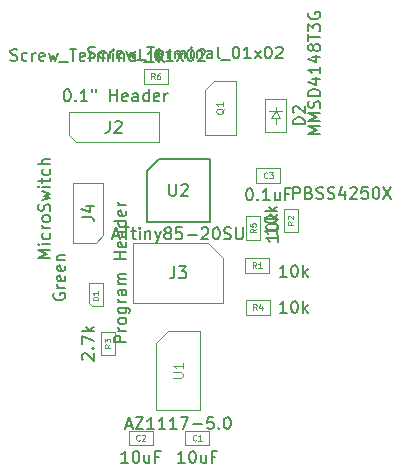
<source format=gbr>
G04 #@! TF.GenerationSoftware,KiCad,Pcbnew,(5.1.2)-2*
G04 #@! TF.CreationDate,2019-07-25T14:33:16-04:00*
G04 #@! TF.ProjectId,CABR_Schematic,43414252-5f53-4636-9865-6d617469632e,rev?*
G04 #@! TF.SameCoordinates,Original*
G04 #@! TF.FileFunction,Other,Fab,Top*
%FSLAX46Y46*%
G04 Gerber Fmt 4.6, Leading zero omitted, Abs format (unit mm)*
G04 Created by KiCad (PCBNEW (5.1.2)-2) date 2019-07-25 14:33:16*
%MOMM*%
%LPD*%
G04 APERTURE LIST*
%ADD10C,0.100000*%
%ADD11C,0.150000*%
%ADD12C,0.080000*%
%ADD13C,0.090000*%
%ADD14C,0.120000*%
G04 APERTURE END LIST*
D10*
X149827500Y-104105000D02*
X149827500Y-102905000D01*
X149827500Y-102905000D02*
X151827500Y-102905000D01*
X151827500Y-102905000D02*
X151827500Y-104105000D01*
X151827500Y-104105000D02*
X149827500Y-104105000D01*
X147050000Y-104105000D02*
X145050000Y-104105000D01*
X147050000Y-102905000D02*
X147050000Y-104105000D01*
X145050000Y-102905000D02*
X147050000Y-102905000D01*
X145050000Y-104105000D02*
X145050000Y-102905000D01*
X141640000Y-90361500D02*
X141640000Y-92061500D01*
X141640000Y-92061500D02*
X141940000Y-92361500D01*
X141940000Y-92361500D02*
X142840000Y-92361500D01*
X142840000Y-92361500D02*
X142840000Y-90361500D01*
X142840000Y-90361500D02*
X141640000Y-90361500D01*
X157480000Y-76450000D02*
X157480000Y-76950000D01*
X157080000Y-76450000D02*
X157480000Y-75850000D01*
X157880000Y-76450000D02*
X157080000Y-76450000D01*
X157480000Y-75850000D02*
X157880000Y-76450000D01*
X157480000Y-75850000D02*
X156930000Y-75850000D01*
X157480000Y-75850000D02*
X158030000Y-75850000D01*
X157480000Y-75450000D02*
X157480000Y-75850000D01*
X156580000Y-74800000D02*
X158380000Y-74800000D01*
X156580000Y-77600000D02*
X156580000Y-74800000D01*
X158380000Y-77600000D02*
X156580000Y-77600000D01*
X158380000Y-74800000D02*
X158380000Y-77600000D01*
X139954000Y-77851000D02*
X139954000Y-75946000D01*
X139954000Y-75946000D02*
X147574000Y-75946000D01*
X147574000Y-75946000D02*
X147574000Y-78486000D01*
X147574000Y-78486000D02*
X140589000Y-78486000D01*
X140589000Y-78486000D02*
X139954000Y-77851000D01*
X153035000Y-88265000D02*
X153035000Y-92075000D01*
X153035000Y-92075000D02*
X145415000Y-92075000D01*
X145415000Y-92075000D02*
X145415000Y-86995000D01*
X145415000Y-86995000D02*
X151765000Y-86995000D01*
X151765000Y-86995000D02*
X153035000Y-88265000D01*
X142240000Y-86995000D02*
X140335000Y-86995000D01*
X140335000Y-86995000D02*
X140335000Y-81915000D01*
X140335000Y-81915000D02*
X142875000Y-81915000D01*
X142875000Y-81915000D02*
X142875000Y-86360000D01*
X142875000Y-86360000D02*
X142240000Y-86995000D01*
X151480000Y-74055000D02*
X152270000Y-73265000D01*
X154080000Y-73265000D02*
X154080000Y-77865000D01*
X154080000Y-77865000D02*
X151480000Y-77865000D01*
X151480000Y-77865000D02*
X151480000Y-74055000D01*
X152270000Y-73265000D02*
X154080000Y-73265000D01*
X156907500Y-89500000D02*
X154907500Y-89500000D01*
X156907500Y-88300000D02*
X156907500Y-89500000D01*
X154907500Y-88300000D02*
X156907500Y-88300000D01*
X154907500Y-89500000D02*
X154907500Y-88300000D01*
X158150000Y-84090000D02*
X159350000Y-84090000D01*
X159350000Y-84090000D02*
X159350000Y-86090000D01*
X159350000Y-86090000D02*
X158150000Y-86090000D01*
X158150000Y-86090000D02*
X158150000Y-84090000D01*
X142656000Y-94504000D02*
X143856000Y-94504000D01*
X143856000Y-94504000D02*
X143856000Y-96504000D01*
X143856000Y-96504000D02*
X142656000Y-96504000D01*
X142656000Y-96504000D02*
X142656000Y-94504000D01*
X156956000Y-93056000D02*
X154956000Y-93056000D01*
X156956000Y-91856000D02*
X156956000Y-93056000D01*
X154956000Y-91856000D02*
X156956000Y-91856000D01*
X154956000Y-93056000D02*
X154956000Y-91856000D01*
X156175000Y-84725000D02*
X156175000Y-86725000D01*
X154975000Y-84725000D02*
X156175000Y-84725000D01*
X154975000Y-86725000D02*
X154975000Y-84725000D01*
X156175000Y-86725000D02*
X154975000Y-86725000D01*
X148320000Y-72298000D02*
X148320000Y-73498000D01*
X148320000Y-73498000D02*
X146320000Y-73498000D01*
X146320000Y-73498000D02*
X146320000Y-72298000D01*
X146320000Y-72298000D02*
X148320000Y-72298000D01*
X147375000Y-95440000D02*
X148375000Y-94440000D01*
X147375000Y-95440000D02*
X147375000Y-101140000D01*
X148375000Y-94440000D02*
X151075000Y-94440000D01*
X147375000Y-101140000D02*
X151075000Y-101140000D01*
X151075000Y-94440000D02*
X151075000Y-101140000D01*
D11*
X147575000Y-79900000D02*
X151875000Y-79900000D01*
X151875000Y-79900000D02*
X151875000Y-85200000D01*
X151875000Y-85200000D02*
X146575000Y-85200000D01*
X146575000Y-85200000D02*
X146575000Y-80900000D01*
X146575000Y-80900000D02*
X147575000Y-79900000D01*
D10*
X155845000Y-81880000D02*
X155845000Y-80680000D01*
X155845000Y-80680000D02*
X157845000Y-80680000D01*
X157845000Y-80680000D02*
X157845000Y-81880000D01*
X157845000Y-81880000D02*
X155845000Y-81880000D01*
D11*
X149756071Y-105607380D02*
X149184642Y-105607380D01*
X149470357Y-105607380D02*
X149470357Y-104607380D01*
X149375119Y-104750238D01*
X149279880Y-104845476D01*
X149184642Y-104893095D01*
X150375119Y-104607380D02*
X150470357Y-104607380D01*
X150565595Y-104655000D01*
X150613214Y-104702619D01*
X150660833Y-104797857D01*
X150708452Y-104988333D01*
X150708452Y-105226428D01*
X150660833Y-105416904D01*
X150613214Y-105512142D01*
X150565595Y-105559761D01*
X150470357Y-105607380D01*
X150375119Y-105607380D01*
X150279880Y-105559761D01*
X150232261Y-105512142D01*
X150184642Y-105416904D01*
X150137023Y-105226428D01*
X150137023Y-104988333D01*
X150184642Y-104797857D01*
X150232261Y-104702619D01*
X150279880Y-104655000D01*
X150375119Y-104607380D01*
X151565595Y-104940714D02*
X151565595Y-105607380D01*
X151137023Y-104940714D02*
X151137023Y-105464523D01*
X151184642Y-105559761D01*
X151279880Y-105607380D01*
X151422738Y-105607380D01*
X151517976Y-105559761D01*
X151565595Y-105512142D01*
X152375119Y-105083571D02*
X152041785Y-105083571D01*
X152041785Y-105607380D02*
X152041785Y-104607380D01*
X152517976Y-104607380D01*
D12*
X150744166Y-103683571D02*
X150720357Y-103707380D01*
X150648928Y-103731190D01*
X150601309Y-103731190D01*
X150529880Y-103707380D01*
X150482261Y-103659761D01*
X150458452Y-103612142D01*
X150434642Y-103516904D01*
X150434642Y-103445476D01*
X150458452Y-103350238D01*
X150482261Y-103302619D01*
X150529880Y-103255000D01*
X150601309Y-103231190D01*
X150648928Y-103231190D01*
X150720357Y-103255000D01*
X150744166Y-103278809D01*
X151220357Y-103731190D02*
X150934642Y-103731190D01*
X151077500Y-103731190D02*
X151077500Y-103231190D01*
X151029880Y-103302619D01*
X150982261Y-103350238D01*
X150934642Y-103374047D01*
D11*
X144978571Y-105607380D02*
X144407142Y-105607380D01*
X144692857Y-105607380D02*
X144692857Y-104607380D01*
X144597619Y-104750238D01*
X144502380Y-104845476D01*
X144407142Y-104893095D01*
X145597619Y-104607380D02*
X145692857Y-104607380D01*
X145788095Y-104655000D01*
X145835714Y-104702619D01*
X145883333Y-104797857D01*
X145930952Y-104988333D01*
X145930952Y-105226428D01*
X145883333Y-105416904D01*
X145835714Y-105512142D01*
X145788095Y-105559761D01*
X145692857Y-105607380D01*
X145597619Y-105607380D01*
X145502380Y-105559761D01*
X145454761Y-105512142D01*
X145407142Y-105416904D01*
X145359523Y-105226428D01*
X145359523Y-104988333D01*
X145407142Y-104797857D01*
X145454761Y-104702619D01*
X145502380Y-104655000D01*
X145597619Y-104607380D01*
X146788095Y-104940714D02*
X146788095Y-105607380D01*
X146359523Y-104940714D02*
X146359523Y-105464523D01*
X146407142Y-105559761D01*
X146502380Y-105607380D01*
X146645238Y-105607380D01*
X146740476Y-105559761D01*
X146788095Y-105512142D01*
X147597619Y-105083571D02*
X147264285Y-105083571D01*
X147264285Y-105607380D02*
X147264285Y-104607380D01*
X147740476Y-104607380D01*
D12*
X145966666Y-103683571D02*
X145942857Y-103707380D01*
X145871428Y-103731190D01*
X145823809Y-103731190D01*
X145752380Y-103707380D01*
X145704761Y-103659761D01*
X145680952Y-103612142D01*
X145657142Y-103516904D01*
X145657142Y-103445476D01*
X145680952Y-103350238D01*
X145704761Y-103302619D01*
X145752380Y-103255000D01*
X145823809Y-103231190D01*
X145871428Y-103231190D01*
X145942857Y-103255000D01*
X145966666Y-103278809D01*
X146157142Y-103278809D02*
X146180952Y-103255000D01*
X146228571Y-103231190D01*
X146347619Y-103231190D01*
X146395238Y-103255000D01*
X146419047Y-103278809D01*
X146442857Y-103326428D01*
X146442857Y-103374047D01*
X146419047Y-103445476D01*
X146133333Y-103731190D01*
X146442857Y-103731190D01*
D11*
X138692000Y-91273142D02*
X138644380Y-91368380D01*
X138644380Y-91511238D01*
X138692000Y-91654095D01*
X138787238Y-91749333D01*
X138882476Y-91796952D01*
X139072952Y-91844571D01*
X139215809Y-91844571D01*
X139406285Y-91796952D01*
X139501523Y-91749333D01*
X139596761Y-91654095D01*
X139644380Y-91511238D01*
X139644380Y-91416000D01*
X139596761Y-91273142D01*
X139549142Y-91225523D01*
X139215809Y-91225523D01*
X139215809Y-91416000D01*
X139644380Y-90796952D02*
X138977714Y-90796952D01*
X139168190Y-90796952D02*
X139072952Y-90749333D01*
X139025333Y-90701714D01*
X138977714Y-90606476D01*
X138977714Y-90511238D01*
X139596761Y-89796952D02*
X139644380Y-89892190D01*
X139644380Y-90082666D01*
X139596761Y-90177904D01*
X139501523Y-90225523D01*
X139120571Y-90225523D01*
X139025333Y-90177904D01*
X138977714Y-90082666D01*
X138977714Y-89892190D01*
X139025333Y-89796952D01*
X139120571Y-89749333D01*
X139215809Y-89749333D01*
X139311047Y-90225523D01*
X139596761Y-88939809D02*
X139644380Y-89035047D01*
X139644380Y-89225523D01*
X139596761Y-89320761D01*
X139501523Y-89368380D01*
X139120571Y-89368380D01*
X139025333Y-89320761D01*
X138977714Y-89225523D01*
X138977714Y-89035047D01*
X139025333Y-88939809D01*
X139120571Y-88892190D01*
X139215809Y-88892190D01*
X139311047Y-89368380D01*
X138977714Y-88463619D02*
X139644380Y-88463619D01*
X139072952Y-88463619D02*
X139025333Y-88416000D01*
X138977714Y-88320761D01*
X138977714Y-88177904D01*
X139025333Y-88082666D01*
X139120571Y-88035047D01*
X139644380Y-88035047D01*
D12*
X142466190Y-91857547D02*
X141966190Y-91857547D01*
X141966190Y-91738500D01*
X141990000Y-91667071D01*
X142037619Y-91619452D01*
X142085238Y-91595642D01*
X142180476Y-91571833D01*
X142251904Y-91571833D01*
X142347142Y-91595642D01*
X142394761Y-91619452D01*
X142442380Y-91667071D01*
X142466190Y-91738500D01*
X142466190Y-91857547D01*
X142466190Y-91095642D02*
X142466190Y-91381357D01*
X142466190Y-91238500D02*
X141966190Y-91238500D01*
X142037619Y-91286119D01*
X142085238Y-91333738D01*
X142109047Y-91381357D01*
D11*
X161234380Y-77786857D02*
X160234380Y-77786857D01*
X160948666Y-77453523D01*
X160234380Y-77120190D01*
X161234380Y-77120190D01*
X161234380Y-76644000D02*
X160234380Y-76644000D01*
X160948666Y-76310666D01*
X160234380Y-75977333D01*
X161234380Y-75977333D01*
X161186761Y-75548761D02*
X161234380Y-75405904D01*
X161234380Y-75167809D01*
X161186761Y-75072571D01*
X161139142Y-75024952D01*
X161043904Y-74977333D01*
X160948666Y-74977333D01*
X160853428Y-75024952D01*
X160805809Y-75072571D01*
X160758190Y-75167809D01*
X160710571Y-75358285D01*
X160662952Y-75453523D01*
X160615333Y-75501142D01*
X160520095Y-75548761D01*
X160424857Y-75548761D01*
X160329619Y-75501142D01*
X160282000Y-75453523D01*
X160234380Y-75358285D01*
X160234380Y-75120190D01*
X160282000Y-74977333D01*
X161234380Y-74548761D02*
X160234380Y-74548761D01*
X160234380Y-74310666D01*
X160282000Y-74167809D01*
X160377238Y-74072571D01*
X160472476Y-74024952D01*
X160662952Y-73977333D01*
X160805809Y-73977333D01*
X160996285Y-74024952D01*
X161091523Y-74072571D01*
X161186761Y-74167809D01*
X161234380Y-74310666D01*
X161234380Y-74548761D01*
X160567714Y-73120190D02*
X161234380Y-73120190D01*
X160186761Y-73358285D02*
X160901047Y-73596380D01*
X160901047Y-72977333D01*
X161234380Y-72072571D02*
X161234380Y-72644000D01*
X161234380Y-72358285D02*
X160234380Y-72358285D01*
X160377238Y-72453523D01*
X160472476Y-72548761D01*
X160520095Y-72644000D01*
X160567714Y-71215428D02*
X161234380Y-71215428D01*
X160186761Y-71453523D02*
X160901047Y-71691619D01*
X160901047Y-71072571D01*
X160662952Y-70548761D02*
X160615333Y-70644000D01*
X160567714Y-70691619D01*
X160472476Y-70739238D01*
X160424857Y-70739238D01*
X160329619Y-70691619D01*
X160282000Y-70644000D01*
X160234380Y-70548761D01*
X160234380Y-70358285D01*
X160282000Y-70263047D01*
X160329619Y-70215428D01*
X160424857Y-70167809D01*
X160472476Y-70167809D01*
X160567714Y-70215428D01*
X160615333Y-70263047D01*
X160662952Y-70358285D01*
X160662952Y-70548761D01*
X160710571Y-70644000D01*
X160758190Y-70691619D01*
X160853428Y-70739238D01*
X161043904Y-70739238D01*
X161139142Y-70691619D01*
X161186761Y-70644000D01*
X161234380Y-70548761D01*
X161234380Y-70358285D01*
X161186761Y-70263047D01*
X161139142Y-70215428D01*
X161043904Y-70167809D01*
X160853428Y-70167809D01*
X160758190Y-70215428D01*
X160710571Y-70263047D01*
X160662952Y-70358285D01*
X160234380Y-69882095D02*
X160234380Y-69310666D01*
X161234380Y-69596380D02*
X160234380Y-69596380D01*
X160234380Y-69072571D02*
X160234380Y-68453523D01*
X160615333Y-68786857D01*
X160615333Y-68644000D01*
X160662952Y-68548761D01*
X160710571Y-68501142D01*
X160805809Y-68453523D01*
X161043904Y-68453523D01*
X161139142Y-68501142D01*
X161186761Y-68548761D01*
X161234380Y-68644000D01*
X161234380Y-68929714D01*
X161186761Y-69024952D01*
X161139142Y-69072571D01*
X160282000Y-67501142D02*
X160234380Y-67596380D01*
X160234380Y-67739238D01*
X160282000Y-67882095D01*
X160377238Y-67977333D01*
X160472476Y-68024952D01*
X160662952Y-68072571D01*
X160805809Y-68072571D01*
X160996285Y-68024952D01*
X161091523Y-67977333D01*
X161186761Y-67882095D01*
X161234380Y-67739238D01*
X161234380Y-67644000D01*
X161186761Y-67501142D01*
X161139142Y-67453523D01*
X160805809Y-67453523D01*
X160805809Y-67644000D01*
X159932380Y-76938095D02*
X158932380Y-76938095D01*
X158932380Y-76700000D01*
X158980000Y-76557142D01*
X159075238Y-76461904D01*
X159170476Y-76414285D01*
X159360952Y-76366666D01*
X159503809Y-76366666D01*
X159694285Y-76414285D01*
X159789523Y-76461904D01*
X159884761Y-76557142D01*
X159932380Y-76700000D01*
X159932380Y-76938095D01*
X159027619Y-75985714D02*
X158980000Y-75938095D01*
X158932380Y-75842857D01*
X158932380Y-75604761D01*
X158980000Y-75509523D01*
X159027619Y-75461904D01*
X159122857Y-75414285D01*
X159218095Y-75414285D01*
X159360952Y-75461904D01*
X159932380Y-76033333D01*
X159932380Y-75414285D01*
X141596904Y-71328761D02*
X141739761Y-71376380D01*
X141977857Y-71376380D01*
X142073095Y-71328761D01*
X142120714Y-71281142D01*
X142168333Y-71185904D01*
X142168333Y-71090666D01*
X142120714Y-70995428D01*
X142073095Y-70947809D01*
X141977857Y-70900190D01*
X141787380Y-70852571D01*
X141692142Y-70804952D01*
X141644523Y-70757333D01*
X141596904Y-70662095D01*
X141596904Y-70566857D01*
X141644523Y-70471619D01*
X141692142Y-70424000D01*
X141787380Y-70376380D01*
X142025476Y-70376380D01*
X142168333Y-70424000D01*
X143025476Y-71328761D02*
X142930238Y-71376380D01*
X142739761Y-71376380D01*
X142644523Y-71328761D01*
X142596904Y-71281142D01*
X142549285Y-71185904D01*
X142549285Y-70900190D01*
X142596904Y-70804952D01*
X142644523Y-70757333D01*
X142739761Y-70709714D01*
X142930238Y-70709714D01*
X143025476Y-70757333D01*
X143454047Y-71376380D02*
X143454047Y-70709714D01*
X143454047Y-70900190D02*
X143501666Y-70804952D01*
X143549285Y-70757333D01*
X143644523Y-70709714D01*
X143739761Y-70709714D01*
X144454047Y-71328761D02*
X144358809Y-71376380D01*
X144168333Y-71376380D01*
X144073095Y-71328761D01*
X144025476Y-71233523D01*
X144025476Y-70852571D01*
X144073095Y-70757333D01*
X144168333Y-70709714D01*
X144358809Y-70709714D01*
X144454047Y-70757333D01*
X144501666Y-70852571D01*
X144501666Y-70947809D01*
X144025476Y-71043047D01*
X144835000Y-70709714D02*
X145025476Y-71376380D01*
X145215952Y-70900190D01*
X145406428Y-71376380D01*
X145596904Y-70709714D01*
X145739761Y-71471619D02*
X146501666Y-71471619D01*
X146596904Y-70376380D02*
X147168333Y-70376380D01*
X146882619Y-71376380D02*
X146882619Y-70376380D01*
X147882619Y-71328761D02*
X147787380Y-71376380D01*
X147596904Y-71376380D01*
X147501666Y-71328761D01*
X147454047Y-71233523D01*
X147454047Y-70852571D01*
X147501666Y-70757333D01*
X147596904Y-70709714D01*
X147787380Y-70709714D01*
X147882619Y-70757333D01*
X147930238Y-70852571D01*
X147930238Y-70947809D01*
X147454047Y-71043047D01*
X148358809Y-71376380D02*
X148358809Y-70709714D01*
X148358809Y-70900190D02*
X148406428Y-70804952D01*
X148454047Y-70757333D01*
X148549285Y-70709714D01*
X148644523Y-70709714D01*
X148977857Y-71376380D02*
X148977857Y-70709714D01*
X148977857Y-70804952D02*
X149025476Y-70757333D01*
X149120714Y-70709714D01*
X149263571Y-70709714D01*
X149358809Y-70757333D01*
X149406428Y-70852571D01*
X149406428Y-71376380D01*
X149406428Y-70852571D02*
X149454047Y-70757333D01*
X149549285Y-70709714D01*
X149692142Y-70709714D01*
X149787380Y-70757333D01*
X149835000Y-70852571D01*
X149835000Y-71376380D01*
X150311190Y-71376380D02*
X150311190Y-70709714D01*
X150311190Y-70376380D02*
X150263571Y-70424000D01*
X150311190Y-70471619D01*
X150358809Y-70424000D01*
X150311190Y-70376380D01*
X150311190Y-70471619D01*
X150787380Y-70709714D02*
X150787380Y-71376380D01*
X150787380Y-70804952D02*
X150835000Y-70757333D01*
X150930238Y-70709714D01*
X151073095Y-70709714D01*
X151168333Y-70757333D01*
X151215952Y-70852571D01*
X151215952Y-71376380D01*
X152120714Y-71376380D02*
X152120714Y-70852571D01*
X152073095Y-70757333D01*
X151977857Y-70709714D01*
X151787380Y-70709714D01*
X151692142Y-70757333D01*
X152120714Y-71328761D02*
X152025476Y-71376380D01*
X151787380Y-71376380D01*
X151692142Y-71328761D01*
X151644523Y-71233523D01*
X151644523Y-71138285D01*
X151692142Y-71043047D01*
X151787380Y-70995428D01*
X152025476Y-70995428D01*
X152120714Y-70947809D01*
X152739761Y-71376380D02*
X152644523Y-71328761D01*
X152596904Y-71233523D01*
X152596904Y-70376380D01*
X152882619Y-71471619D02*
X153644523Y-71471619D01*
X154073095Y-70376380D02*
X154168333Y-70376380D01*
X154263571Y-70424000D01*
X154311190Y-70471619D01*
X154358809Y-70566857D01*
X154406428Y-70757333D01*
X154406428Y-70995428D01*
X154358809Y-71185904D01*
X154311190Y-71281142D01*
X154263571Y-71328761D01*
X154168333Y-71376380D01*
X154073095Y-71376380D01*
X153977857Y-71328761D01*
X153930238Y-71281142D01*
X153882619Y-71185904D01*
X153835000Y-70995428D01*
X153835000Y-70757333D01*
X153882619Y-70566857D01*
X153930238Y-70471619D01*
X153977857Y-70424000D01*
X154073095Y-70376380D01*
X155358809Y-71376380D02*
X154787380Y-71376380D01*
X155073095Y-71376380D02*
X155073095Y-70376380D01*
X154977857Y-70519238D01*
X154882619Y-70614476D01*
X154787380Y-70662095D01*
X155692142Y-71376380D02*
X156215952Y-70709714D01*
X155692142Y-70709714D02*
X156215952Y-71376380D01*
X156787380Y-70376380D02*
X156882619Y-70376380D01*
X156977857Y-70424000D01*
X157025476Y-70471619D01*
X157073095Y-70566857D01*
X157120714Y-70757333D01*
X157120714Y-70995428D01*
X157073095Y-71185904D01*
X157025476Y-71281142D01*
X156977857Y-71328761D01*
X156882619Y-71376380D01*
X156787380Y-71376380D01*
X156692142Y-71328761D01*
X156644523Y-71281142D01*
X156596904Y-71185904D01*
X156549285Y-70995428D01*
X156549285Y-70757333D01*
X156596904Y-70566857D01*
X156644523Y-70471619D01*
X156692142Y-70424000D01*
X156787380Y-70376380D01*
X157501666Y-70471619D02*
X157549285Y-70424000D01*
X157644523Y-70376380D01*
X157882619Y-70376380D01*
X157977857Y-70424000D01*
X158025476Y-70471619D01*
X158073095Y-70566857D01*
X158073095Y-70662095D01*
X158025476Y-70804952D01*
X157454047Y-71376380D01*
X158073095Y-71376380D01*
X139771952Y-74001380D02*
X139867190Y-74001380D01*
X139962428Y-74049000D01*
X140010047Y-74096619D01*
X140057666Y-74191857D01*
X140105285Y-74382333D01*
X140105285Y-74620428D01*
X140057666Y-74810904D01*
X140010047Y-74906142D01*
X139962428Y-74953761D01*
X139867190Y-75001380D01*
X139771952Y-75001380D01*
X139676714Y-74953761D01*
X139629095Y-74906142D01*
X139581476Y-74810904D01*
X139533857Y-74620428D01*
X139533857Y-74382333D01*
X139581476Y-74191857D01*
X139629095Y-74096619D01*
X139676714Y-74049000D01*
X139771952Y-74001380D01*
X140533857Y-74906142D02*
X140581476Y-74953761D01*
X140533857Y-75001380D01*
X140486238Y-74953761D01*
X140533857Y-74906142D01*
X140533857Y-75001380D01*
X141533857Y-75001380D02*
X140962428Y-75001380D01*
X141248142Y-75001380D02*
X141248142Y-74001380D01*
X141152904Y-74144238D01*
X141057666Y-74239476D01*
X140962428Y-74287095D01*
X141914809Y-74001380D02*
X141914809Y-74191857D01*
X142295761Y-74001380D02*
X142295761Y-74191857D01*
X143486238Y-75001380D02*
X143486238Y-74001380D01*
X143486238Y-74477571D02*
X144057666Y-74477571D01*
X144057666Y-75001380D02*
X144057666Y-74001380D01*
X144914809Y-74953761D02*
X144819571Y-75001380D01*
X144629095Y-75001380D01*
X144533857Y-74953761D01*
X144486238Y-74858523D01*
X144486238Y-74477571D01*
X144533857Y-74382333D01*
X144629095Y-74334714D01*
X144819571Y-74334714D01*
X144914809Y-74382333D01*
X144962428Y-74477571D01*
X144962428Y-74572809D01*
X144486238Y-74668047D01*
X145819571Y-75001380D02*
X145819571Y-74477571D01*
X145771952Y-74382333D01*
X145676714Y-74334714D01*
X145486238Y-74334714D01*
X145391000Y-74382333D01*
X145819571Y-74953761D02*
X145724333Y-75001380D01*
X145486238Y-75001380D01*
X145391000Y-74953761D01*
X145343380Y-74858523D01*
X145343380Y-74763285D01*
X145391000Y-74668047D01*
X145486238Y-74620428D01*
X145724333Y-74620428D01*
X145819571Y-74572809D01*
X146724333Y-75001380D02*
X146724333Y-74001380D01*
X146724333Y-74953761D02*
X146629095Y-75001380D01*
X146438619Y-75001380D01*
X146343380Y-74953761D01*
X146295761Y-74906142D01*
X146248142Y-74810904D01*
X146248142Y-74525190D01*
X146295761Y-74429952D01*
X146343380Y-74382333D01*
X146438619Y-74334714D01*
X146629095Y-74334714D01*
X146724333Y-74382333D01*
X147581476Y-74953761D02*
X147486238Y-75001380D01*
X147295761Y-75001380D01*
X147200523Y-74953761D01*
X147152904Y-74858523D01*
X147152904Y-74477571D01*
X147200523Y-74382333D01*
X147295761Y-74334714D01*
X147486238Y-74334714D01*
X147581476Y-74382333D01*
X147629095Y-74477571D01*
X147629095Y-74572809D01*
X147152904Y-74668047D01*
X148057666Y-75001380D02*
X148057666Y-74334714D01*
X148057666Y-74525190D02*
X148105285Y-74429952D01*
X148152904Y-74382333D01*
X148248142Y-74334714D01*
X148343380Y-74334714D01*
X143430666Y-76668380D02*
X143430666Y-77382666D01*
X143383047Y-77525523D01*
X143287809Y-77620761D01*
X143144952Y-77668380D01*
X143049714Y-77668380D01*
X143859238Y-76763619D02*
X143906857Y-76716000D01*
X144002095Y-76668380D01*
X144240190Y-76668380D01*
X144335428Y-76716000D01*
X144383047Y-76763619D01*
X144430666Y-76858857D01*
X144430666Y-76954095D01*
X144383047Y-77096952D01*
X143811619Y-77668380D01*
X144430666Y-77668380D01*
X144807380Y-95415952D02*
X143807380Y-95415952D01*
X143807380Y-95035000D01*
X143855000Y-94939761D01*
X143902619Y-94892142D01*
X143997857Y-94844523D01*
X144140714Y-94844523D01*
X144235952Y-94892142D01*
X144283571Y-94939761D01*
X144331190Y-95035000D01*
X144331190Y-95415952D01*
X144807380Y-94415952D02*
X144140714Y-94415952D01*
X144331190Y-94415952D02*
X144235952Y-94368333D01*
X144188333Y-94320714D01*
X144140714Y-94225476D01*
X144140714Y-94130238D01*
X144807380Y-93654047D02*
X144759761Y-93749285D01*
X144712142Y-93796904D01*
X144616904Y-93844523D01*
X144331190Y-93844523D01*
X144235952Y-93796904D01*
X144188333Y-93749285D01*
X144140714Y-93654047D01*
X144140714Y-93511190D01*
X144188333Y-93415952D01*
X144235952Y-93368333D01*
X144331190Y-93320714D01*
X144616904Y-93320714D01*
X144712142Y-93368333D01*
X144759761Y-93415952D01*
X144807380Y-93511190D01*
X144807380Y-93654047D01*
X144140714Y-92463571D02*
X144950238Y-92463571D01*
X145045476Y-92511190D01*
X145093095Y-92558809D01*
X145140714Y-92654047D01*
X145140714Y-92796904D01*
X145093095Y-92892142D01*
X144759761Y-92463571D02*
X144807380Y-92558809D01*
X144807380Y-92749285D01*
X144759761Y-92844523D01*
X144712142Y-92892142D01*
X144616904Y-92939761D01*
X144331190Y-92939761D01*
X144235952Y-92892142D01*
X144188333Y-92844523D01*
X144140714Y-92749285D01*
X144140714Y-92558809D01*
X144188333Y-92463571D01*
X144807380Y-91987380D02*
X144140714Y-91987380D01*
X144331190Y-91987380D02*
X144235952Y-91939761D01*
X144188333Y-91892142D01*
X144140714Y-91796904D01*
X144140714Y-91701666D01*
X144807380Y-90939761D02*
X144283571Y-90939761D01*
X144188333Y-90987380D01*
X144140714Y-91082619D01*
X144140714Y-91273095D01*
X144188333Y-91368333D01*
X144759761Y-90939761D02*
X144807380Y-91035000D01*
X144807380Y-91273095D01*
X144759761Y-91368333D01*
X144664523Y-91415952D01*
X144569285Y-91415952D01*
X144474047Y-91368333D01*
X144426428Y-91273095D01*
X144426428Y-91035000D01*
X144378809Y-90939761D01*
X144807380Y-90463571D02*
X144140714Y-90463571D01*
X144235952Y-90463571D02*
X144188333Y-90415952D01*
X144140714Y-90320714D01*
X144140714Y-90177857D01*
X144188333Y-90082619D01*
X144283571Y-90035000D01*
X144807380Y-90035000D01*
X144283571Y-90035000D02*
X144188333Y-89987380D01*
X144140714Y-89892142D01*
X144140714Y-89749285D01*
X144188333Y-89654047D01*
X144283571Y-89606428D01*
X144807380Y-89606428D01*
X144807380Y-88368333D02*
X143807380Y-88368333D01*
X144283571Y-88368333D02*
X144283571Y-87796904D01*
X144807380Y-87796904D02*
X143807380Y-87796904D01*
X144759761Y-86939761D02*
X144807380Y-87035000D01*
X144807380Y-87225476D01*
X144759761Y-87320714D01*
X144664523Y-87368333D01*
X144283571Y-87368333D01*
X144188333Y-87320714D01*
X144140714Y-87225476D01*
X144140714Y-87035000D01*
X144188333Y-86939761D01*
X144283571Y-86892142D01*
X144378809Y-86892142D01*
X144474047Y-87368333D01*
X144807380Y-86035000D02*
X144283571Y-86035000D01*
X144188333Y-86082619D01*
X144140714Y-86177857D01*
X144140714Y-86368333D01*
X144188333Y-86463571D01*
X144759761Y-86035000D02*
X144807380Y-86130238D01*
X144807380Y-86368333D01*
X144759761Y-86463571D01*
X144664523Y-86511190D01*
X144569285Y-86511190D01*
X144474047Y-86463571D01*
X144426428Y-86368333D01*
X144426428Y-86130238D01*
X144378809Y-86035000D01*
X144807380Y-85130238D02*
X143807380Y-85130238D01*
X144759761Y-85130238D02*
X144807380Y-85225476D01*
X144807380Y-85415952D01*
X144759761Y-85511190D01*
X144712142Y-85558809D01*
X144616904Y-85606428D01*
X144331190Y-85606428D01*
X144235952Y-85558809D01*
X144188333Y-85511190D01*
X144140714Y-85415952D01*
X144140714Y-85225476D01*
X144188333Y-85130238D01*
X144759761Y-84273095D02*
X144807380Y-84368333D01*
X144807380Y-84558809D01*
X144759761Y-84654047D01*
X144664523Y-84701666D01*
X144283571Y-84701666D01*
X144188333Y-84654047D01*
X144140714Y-84558809D01*
X144140714Y-84368333D01*
X144188333Y-84273095D01*
X144283571Y-84225476D01*
X144378809Y-84225476D01*
X144474047Y-84701666D01*
X144807380Y-83796904D02*
X144140714Y-83796904D01*
X144331190Y-83796904D02*
X144235952Y-83749285D01*
X144188333Y-83701666D01*
X144140714Y-83606428D01*
X144140714Y-83511190D01*
X148891666Y-88987380D02*
X148891666Y-89701666D01*
X148844047Y-89844523D01*
X148748809Y-89939761D01*
X148605952Y-89987380D01*
X148510714Y-89987380D01*
X149272619Y-88987380D02*
X149891666Y-88987380D01*
X149558333Y-89368333D01*
X149701190Y-89368333D01*
X149796428Y-89415952D01*
X149844047Y-89463571D01*
X149891666Y-89558809D01*
X149891666Y-89796904D01*
X149844047Y-89892142D01*
X149796428Y-89939761D01*
X149701190Y-89987380D01*
X149415476Y-89987380D01*
X149320238Y-89939761D01*
X149272619Y-89892142D01*
X138374380Y-88240666D02*
X137374380Y-88240666D01*
X138088666Y-87907333D01*
X137374380Y-87574000D01*
X138374380Y-87574000D01*
X138374380Y-87097809D02*
X137707714Y-87097809D01*
X137374380Y-87097809D02*
X137422000Y-87145428D01*
X137469619Y-87097809D01*
X137422000Y-87050190D01*
X137374380Y-87097809D01*
X137469619Y-87097809D01*
X138326761Y-86193047D02*
X138374380Y-86288285D01*
X138374380Y-86478761D01*
X138326761Y-86574000D01*
X138279142Y-86621619D01*
X138183904Y-86669238D01*
X137898190Y-86669238D01*
X137802952Y-86621619D01*
X137755333Y-86574000D01*
X137707714Y-86478761D01*
X137707714Y-86288285D01*
X137755333Y-86193047D01*
X138374380Y-85764476D02*
X137707714Y-85764476D01*
X137898190Y-85764476D02*
X137802952Y-85716857D01*
X137755333Y-85669238D01*
X137707714Y-85574000D01*
X137707714Y-85478761D01*
X138374380Y-85002571D02*
X138326761Y-85097809D01*
X138279142Y-85145428D01*
X138183904Y-85193047D01*
X137898190Y-85193047D01*
X137802952Y-85145428D01*
X137755333Y-85097809D01*
X137707714Y-85002571D01*
X137707714Y-84859714D01*
X137755333Y-84764476D01*
X137802952Y-84716857D01*
X137898190Y-84669238D01*
X138183904Y-84669238D01*
X138279142Y-84716857D01*
X138326761Y-84764476D01*
X138374380Y-84859714D01*
X138374380Y-85002571D01*
X138326761Y-84288285D02*
X138374380Y-84145428D01*
X138374380Y-83907333D01*
X138326761Y-83812095D01*
X138279142Y-83764476D01*
X138183904Y-83716857D01*
X138088666Y-83716857D01*
X137993428Y-83764476D01*
X137945809Y-83812095D01*
X137898190Y-83907333D01*
X137850571Y-84097809D01*
X137802952Y-84193047D01*
X137755333Y-84240666D01*
X137660095Y-84288285D01*
X137564857Y-84288285D01*
X137469619Y-84240666D01*
X137422000Y-84193047D01*
X137374380Y-84097809D01*
X137374380Y-83859714D01*
X137422000Y-83716857D01*
X137707714Y-83383523D02*
X138374380Y-83193047D01*
X137898190Y-83002571D01*
X138374380Y-82812095D01*
X137707714Y-82621619D01*
X138374380Y-82240666D02*
X137707714Y-82240666D01*
X137374380Y-82240666D02*
X137422000Y-82288285D01*
X137469619Y-82240666D01*
X137422000Y-82193047D01*
X137374380Y-82240666D01*
X137469619Y-82240666D01*
X137707714Y-81907333D02*
X137707714Y-81526380D01*
X137374380Y-81764476D02*
X138231523Y-81764476D01*
X138326761Y-81716857D01*
X138374380Y-81621619D01*
X138374380Y-81526380D01*
X138326761Y-80764476D02*
X138374380Y-80859714D01*
X138374380Y-81050190D01*
X138326761Y-81145428D01*
X138279142Y-81193047D01*
X138183904Y-81240666D01*
X137898190Y-81240666D01*
X137802952Y-81193047D01*
X137755333Y-81145428D01*
X137707714Y-81050190D01*
X137707714Y-80859714D01*
X137755333Y-80764476D01*
X138374380Y-80335904D02*
X137374380Y-80335904D01*
X138374380Y-79907333D02*
X137850571Y-79907333D01*
X137755333Y-79954952D01*
X137707714Y-80050190D01*
X137707714Y-80193047D01*
X137755333Y-80288285D01*
X137802952Y-80335904D01*
X141057380Y-84788333D02*
X141771666Y-84788333D01*
X141914523Y-84835952D01*
X142009761Y-84931190D01*
X142057380Y-85074047D01*
X142057380Y-85169285D01*
X141390714Y-83883571D02*
X142057380Y-83883571D01*
X141009761Y-84121666D02*
X141724047Y-84359761D01*
X141724047Y-83740714D01*
X135017904Y-71524761D02*
X135160761Y-71572380D01*
X135398857Y-71572380D01*
X135494095Y-71524761D01*
X135541714Y-71477142D01*
X135589333Y-71381904D01*
X135589333Y-71286666D01*
X135541714Y-71191428D01*
X135494095Y-71143809D01*
X135398857Y-71096190D01*
X135208380Y-71048571D01*
X135113142Y-71000952D01*
X135065523Y-70953333D01*
X135017904Y-70858095D01*
X135017904Y-70762857D01*
X135065523Y-70667619D01*
X135113142Y-70620000D01*
X135208380Y-70572380D01*
X135446476Y-70572380D01*
X135589333Y-70620000D01*
X136446476Y-71524761D02*
X136351238Y-71572380D01*
X136160761Y-71572380D01*
X136065523Y-71524761D01*
X136017904Y-71477142D01*
X135970285Y-71381904D01*
X135970285Y-71096190D01*
X136017904Y-71000952D01*
X136065523Y-70953333D01*
X136160761Y-70905714D01*
X136351238Y-70905714D01*
X136446476Y-70953333D01*
X136875047Y-71572380D02*
X136875047Y-70905714D01*
X136875047Y-71096190D02*
X136922666Y-71000952D01*
X136970285Y-70953333D01*
X137065523Y-70905714D01*
X137160761Y-70905714D01*
X137875047Y-71524761D02*
X137779809Y-71572380D01*
X137589333Y-71572380D01*
X137494095Y-71524761D01*
X137446476Y-71429523D01*
X137446476Y-71048571D01*
X137494095Y-70953333D01*
X137589333Y-70905714D01*
X137779809Y-70905714D01*
X137875047Y-70953333D01*
X137922666Y-71048571D01*
X137922666Y-71143809D01*
X137446476Y-71239047D01*
X138256000Y-70905714D02*
X138446476Y-71572380D01*
X138636952Y-71096190D01*
X138827428Y-71572380D01*
X139017904Y-70905714D01*
X139160761Y-71667619D02*
X139922666Y-71667619D01*
X140017904Y-70572380D02*
X140589333Y-70572380D01*
X140303619Y-71572380D02*
X140303619Y-70572380D01*
X141303619Y-71524761D02*
X141208380Y-71572380D01*
X141017904Y-71572380D01*
X140922666Y-71524761D01*
X140875047Y-71429523D01*
X140875047Y-71048571D01*
X140922666Y-70953333D01*
X141017904Y-70905714D01*
X141208380Y-70905714D01*
X141303619Y-70953333D01*
X141351238Y-71048571D01*
X141351238Y-71143809D01*
X140875047Y-71239047D01*
X141779809Y-71572380D02*
X141779809Y-70905714D01*
X141779809Y-71096190D02*
X141827428Y-71000952D01*
X141875047Y-70953333D01*
X141970285Y-70905714D01*
X142065523Y-70905714D01*
X142398857Y-71572380D02*
X142398857Y-70905714D01*
X142398857Y-71000952D02*
X142446476Y-70953333D01*
X142541714Y-70905714D01*
X142684571Y-70905714D01*
X142779809Y-70953333D01*
X142827428Y-71048571D01*
X142827428Y-71572380D01*
X142827428Y-71048571D02*
X142875047Y-70953333D01*
X142970285Y-70905714D01*
X143113142Y-70905714D01*
X143208380Y-70953333D01*
X143256000Y-71048571D01*
X143256000Y-71572380D01*
X143732190Y-71572380D02*
X143732190Y-70905714D01*
X143732190Y-70572380D02*
X143684571Y-70620000D01*
X143732190Y-70667619D01*
X143779809Y-70620000D01*
X143732190Y-70572380D01*
X143732190Y-70667619D01*
X144208380Y-70905714D02*
X144208380Y-71572380D01*
X144208380Y-71000952D02*
X144256000Y-70953333D01*
X144351238Y-70905714D01*
X144494095Y-70905714D01*
X144589333Y-70953333D01*
X144636952Y-71048571D01*
X144636952Y-71572380D01*
X145541714Y-71572380D02*
X145541714Y-71048571D01*
X145494095Y-70953333D01*
X145398857Y-70905714D01*
X145208380Y-70905714D01*
X145113142Y-70953333D01*
X145541714Y-71524761D02*
X145446476Y-71572380D01*
X145208380Y-71572380D01*
X145113142Y-71524761D01*
X145065523Y-71429523D01*
X145065523Y-71334285D01*
X145113142Y-71239047D01*
X145208380Y-71191428D01*
X145446476Y-71191428D01*
X145541714Y-71143809D01*
X146160761Y-71572380D02*
X146065523Y-71524761D01*
X146017904Y-71429523D01*
X146017904Y-70572380D01*
X146303619Y-71667619D02*
X147065523Y-71667619D01*
X147494095Y-70572380D02*
X147589333Y-70572380D01*
X147684571Y-70620000D01*
X147732190Y-70667619D01*
X147779809Y-70762857D01*
X147827428Y-70953333D01*
X147827428Y-71191428D01*
X147779809Y-71381904D01*
X147732190Y-71477142D01*
X147684571Y-71524761D01*
X147589333Y-71572380D01*
X147494095Y-71572380D01*
X147398857Y-71524761D01*
X147351238Y-71477142D01*
X147303619Y-71381904D01*
X147256000Y-71191428D01*
X147256000Y-70953333D01*
X147303619Y-70762857D01*
X147351238Y-70667619D01*
X147398857Y-70620000D01*
X147494095Y-70572380D01*
X148779809Y-71572380D02*
X148208380Y-71572380D01*
X148494095Y-71572380D02*
X148494095Y-70572380D01*
X148398857Y-70715238D01*
X148303619Y-70810476D01*
X148208380Y-70858095D01*
X149113142Y-71572380D02*
X149636952Y-70905714D01*
X149113142Y-70905714D02*
X149636952Y-71572380D01*
X150208380Y-70572380D02*
X150303619Y-70572380D01*
X150398857Y-70620000D01*
X150446476Y-70667619D01*
X150494095Y-70762857D01*
X150541714Y-70953333D01*
X150541714Y-71191428D01*
X150494095Y-71381904D01*
X150446476Y-71477142D01*
X150398857Y-71524761D01*
X150303619Y-71572380D01*
X150208380Y-71572380D01*
X150113142Y-71524761D01*
X150065523Y-71477142D01*
X150017904Y-71381904D01*
X149970285Y-71191428D01*
X149970285Y-70953333D01*
X150017904Y-70762857D01*
X150065523Y-70667619D01*
X150113142Y-70620000D01*
X150208380Y-70572380D01*
X150922666Y-70667619D02*
X150970285Y-70620000D01*
X151065523Y-70572380D01*
X151303619Y-70572380D01*
X151398857Y-70620000D01*
X151446476Y-70667619D01*
X151494095Y-70762857D01*
X151494095Y-70858095D01*
X151446476Y-71000952D01*
X150875047Y-71572380D01*
X151494095Y-71572380D01*
X158972761Y-83256380D02*
X158972761Y-82256380D01*
X159353714Y-82256380D01*
X159448952Y-82304000D01*
X159496571Y-82351619D01*
X159544190Y-82446857D01*
X159544190Y-82589714D01*
X159496571Y-82684952D01*
X159448952Y-82732571D01*
X159353714Y-82780190D01*
X158972761Y-82780190D01*
X160306095Y-82732571D02*
X160448952Y-82780190D01*
X160496571Y-82827809D01*
X160544190Y-82923047D01*
X160544190Y-83065904D01*
X160496571Y-83161142D01*
X160448952Y-83208761D01*
X160353714Y-83256380D01*
X159972761Y-83256380D01*
X159972761Y-82256380D01*
X160306095Y-82256380D01*
X160401333Y-82304000D01*
X160448952Y-82351619D01*
X160496571Y-82446857D01*
X160496571Y-82542095D01*
X160448952Y-82637333D01*
X160401333Y-82684952D01*
X160306095Y-82732571D01*
X159972761Y-82732571D01*
X160925142Y-83208761D02*
X161068000Y-83256380D01*
X161306095Y-83256380D01*
X161401333Y-83208761D01*
X161448952Y-83161142D01*
X161496571Y-83065904D01*
X161496571Y-82970666D01*
X161448952Y-82875428D01*
X161401333Y-82827809D01*
X161306095Y-82780190D01*
X161115619Y-82732571D01*
X161020380Y-82684952D01*
X160972761Y-82637333D01*
X160925142Y-82542095D01*
X160925142Y-82446857D01*
X160972761Y-82351619D01*
X161020380Y-82304000D01*
X161115619Y-82256380D01*
X161353714Y-82256380D01*
X161496571Y-82304000D01*
X161877523Y-83208761D02*
X162020380Y-83256380D01*
X162258476Y-83256380D01*
X162353714Y-83208761D01*
X162401333Y-83161142D01*
X162448952Y-83065904D01*
X162448952Y-82970666D01*
X162401333Y-82875428D01*
X162353714Y-82827809D01*
X162258476Y-82780190D01*
X162068000Y-82732571D01*
X161972761Y-82684952D01*
X161925142Y-82637333D01*
X161877523Y-82542095D01*
X161877523Y-82446857D01*
X161925142Y-82351619D01*
X161972761Y-82304000D01*
X162068000Y-82256380D01*
X162306095Y-82256380D01*
X162448952Y-82304000D01*
X163306095Y-82589714D02*
X163306095Y-83256380D01*
X163068000Y-82208761D02*
X162829904Y-82923047D01*
X163448952Y-82923047D01*
X163782285Y-82351619D02*
X163829904Y-82304000D01*
X163925142Y-82256380D01*
X164163238Y-82256380D01*
X164258476Y-82304000D01*
X164306095Y-82351619D01*
X164353714Y-82446857D01*
X164353714Y-82542095D01*
X164306095Y-82684952D01*
X163734666Y-83256380D01*
X164353714Y-83256380D01*
X165258476Y-82256380D02*
X164782285Y-82256380D01*
X164734666Y-82732571D01*
X164782285Y-82684952D01*
X164877523Y-82637333D01*
X165115619Y-82637333D01*
X165210857Y-82684952D01*
X165258476Y-82732571D01*
X165306095Y-82827809D01*
X165306095Y-83065904D01*
X165258476Y-83161142D01*
X165210857Y-83208761D01*
X165115619Y-83256380D01*
X164877523Y-83256380D01*
X164782285Y-83208761D01*
X164734666Y-83161142D01*
X165925142Y-82256380D02*
X166020380Y-82256380D01*
X166115619Y-82304000D01*
X166163238Y-82351619D01*
X166210857Y-82446857D01*
X166258476Y-82637333D01*
X166258476Y-82875428D01*
X166210857Y-83065904D01*
X166163238Y-83161142D01*
X166115619Y-83208761D01*
X166020380Y-83256380D01*
X165925142Y-83256380D01*
X165829904Y-83208761D01*
X165782285Y-83161142D01*
X165734666Y-83065904D01*
X165687047Y-82875428D01*
X165687047Y-82637333D01*
X165734666Y-82446857D01*
X165782285Y-82351619D01*
X165829904Y-82304000D01*
X165925142Y-82256380D01*
X166591809Y-82256380D02*
X167258476Y-83256380D01*
X167258476Y-82256380D02*
X166591809Y-83256380D01*
D13*
X153108571Y-75622142D02*
X153080000Y-75679285D01*
X153022857Y-75736428D01*
X152937142Y-75822142D01*
X152908571Y-75879285D01*
X152908571Y-75936428D01*
X153051428Y-75907857D02*
X153022857Y-75965000D01*
X152965714Y-76022142D01*
X152851428Y-76050714D01*
X152651428Y-76050714D01*
X152537142Y-76022142D01*
X152480000Y-75965000D01*
X152451428Y-75907857D01*
X152451428Y-75793571D01*
X152480000Y-75736428D01*
X152537142Y-75679285D01*
X152651428Y-75650714D01*
X152851428Y-75650714D01*
X152965714Y-75679285D01*
X153022857Y-75736428D01*
X153051428Y-75793571D01*
X153051428Y-75907857D01*
X153051428Y-75079285D02*
X153051428Y-75422142D01*
X153051428Y-75250714D02*
X152451428Y-75250714D01*
X152537142Y-75307857D01*
X152594285Y-75365000D01*
X152622857Y-75422142D01*
D11*
X158408761Y-89860380D02*
X157837333Y-89860380D01*
X158123047Y-89860380D02*
X158123047Y-88860380D01*
X158027809Y-89003238D01*
X157932571Y-89098476D01*
X157837333Y-89146095D01*
X159027809Y-88860380D02*
X159123047Y-88860380D01*
X159218285Y-88908000D01*
X159265904Y-88955619D01*
X159313523Y-89050857D01*
X159361142Y-89241333D01*
X159361142Y-89479428D01*
X159313523Y-89669904D01*
X159265904Y-89765142D01*
X159218285Y-89812761D01*
X159123047Y-89860380D01*
X159027809Y-89860380D01*
X158932571Y-89812761D01*
X158884952Y-89765142D01*
X158837333Y-89669904D01*
X158789714Y-89479428D01*
X158789714Y-89241333D01*
X158837333Y-89050857D01*
X158884952Y-88955619D01*
X158932571Y-88908000D01*
X159027809Y-88860380D01*
X159789714Y-89860380D02*
X159789714Y-88860380D01*
X159884952Y-89479428D02*
X160170666Y-89860380D01*
X160170666Y-89193714D02*
X159789714Y-89574666D01*
D12*
X155824166Y-89126190D02*
X155657500Y-88888095D01*
X155538452Y-89126190D02*
X155538452Y-88626190D01*
X155728928Y-88626190D01*
X155776547Y-88650000D01*
X155800357Y-88673809D01*
X155824166Y-88721428D01*
X155824166Y-88792857D01*
X155800357Y-88840476D01*
X155776547Y-88864285D01*
X155728928Y-88888095D01*
X155538452Y-88888095D01*
X156300357Y-89126190D02*
X156014642Y-89126190D01*
X156157500Y-89126190D02*
X156157500Y-88626190D01*
X156109880Y-88697619D01*
X156062261Y-88745238D01*
X156014642Y-88769047D01*
D11*
X157552380Y-85685238D02*
X157552380Y-86256666D01*
X157552380Y-85970952D02*
X156552380Y-85970952D01*
X156695238Y-86066190D01*
X156790476Y-86161428D01*
X156838095Y-86256666D01*
X156552380Y-85066190D02*
X156552380Y-84970952D01*
X156600000Y-84875714D01*
X156647619Y-84828095D01*
X156742857Y-84780476D01*
X156933333Y-84732857D01*
X157171428Y-84732857D01*
X157361904Y-84780476D01*
X157457142Y-84828095D01*
X157504761Y-84875714D01*
X157552380Y-84970952D01*
X157552380Y-85066190D01*
X157504761Y-85161428D01*
X157457142Y-85209047D01*
X157361904Y-85256666D01*
X157171428Y-85304285D01*
X156933333Y-85304285D01*
X156742857Y-85256666D01*
X156647619Y-85209047D01*
X156600000Y-85161428D01*
X156552380Y-85066190D01*
X157552380Y-84304285D02*
X156552380Y-84304285D01*
X157171428Y-84209047D02*
X157552380Y-83923333D01*
X156885714Y-83923333D02*
X157266666Y-84304285D01*
D12*
X158976190Y-85173333D02*
X158738095Y-85340000D01*
X158976190Y-85459047D02*
X158476190Y-85459047D01*
X158476190Y-85268571D01*
X158500000Y-85220952D01*
X158523809Y-85197142D01*
X158571428Y-85173333D01*
X158642857Y-85173333D01*
X158690476Y-85197142D01*
X158714285Y-85220952D01*
X158738095Y-85268571D01*
X158738095Y-85459047D01*
X158523809Y-84982857D02*
X158500000Y-84959047D01*
X158476190Y-84911428D01*
X158476190Y-84792380D01*
X158500000Y-84744761D01*
X158523809Y-84720952D01*
X158571428Y-84697142D01*
X158619047Y-84697142D01*
X158690476Y-84720952D01*
X158976190Y-85006666D01*
X158976190Y-84697142D01*
D11*
X141153619Y-96908761D02*
X141106000Y-96861142D01*
X141058380Y-96765904D01*
X141058380Y-96527809D01*
X141106000Y-96432571D01*
X141153619Y-96384952D01*
X141248857Y-96337333D01*
X141344095Y-96337333D01*
X141486952Y-96384952D01*
X142058380Y-96956380D01*
X142058380Y-96337333D01*
X141963142Y-95908761D02*
X142010761Y-95861142D01*
X142058380Y-95908761D01*
X142010761Y-95956380D01*
X141963142Y-95908761D01*
X142058380Y-95908761D01*
X141058380Y-95527809D02*
X141058380Y-94861142D01*
X142058380Y-95289714D01*
X142058380Y-94480190D02*
X141058380Y-94480190D01*
X141677428Y-94384952D02*
X142058380Y-94099238D01*
X141391714Y-94099238D02*
X141772666Y-94480190D01*
D12*
X143482190Y-95587333D02*
X143244095Y-95754000D01*
X143482190Y-95873047D02*
X142982190Y-95873047D01*
X142982190Y-95682571D01*
X143006000Y-95634952D01*
X143029809Y-95611142D01*
X143077428Y-95587333D01*
X143148857Y-95587333D01*
X143196476Y-95611142D01*
X143220285Y-95634952D01*
X143244095Y-95682571D01*
X143244095Y-95873047D01*
X142982190Y-95420666D02*
X142982190Y-95111142D01*
X143172666Y-95277809D01*
X143172666Y-95206380D01*
X143196476Y-95158761D01*
X143220285Y-95134952D01*
X143267904Y-95111142D01*
X143386952Y-95111142D01*
X143434571Y-95134952D01*
X143458380Y-95158761D01*
X143482190Y-95206380D01*
X143482190Y-95349238D01*
X143458380Y-95396857D01*
X143434571Y-95420666D01*
D11*
X158408761Y-92908380D02*
X157837333Y-92908380D01*
X158123047Y-92908380D02*
X158123047Y-91908380D01*
X158027809Y-92051238D01*
X157932571Y-92146476D01*
X157837333Y-92194095D01*
X159027809Y-91908380D02*
X159123047Y-91908380D01*
X159218285Y-91956000D01*
X159265904Y-92003619D01*
X159313523Y-92098857D01*
X159361142Y-92289333D01*
X159361142Y-92527428D01*
X159313523Y-92717904D01*
X159265904Y-92813142D01*
X159218285Y-92860761D01*
X159123047Y-92908380D01*
X159027809Y-92908380D01*
X158932571Y-92860761D01*
X158884952Y-92813142D01*
X158837333Y-92717904D01*
X158789714Y-92527428D01*
X158789714Y-92289333D01*
X158837333Y-92098857D01*
X158884952Y-92003619D01*
X158932571Y-91956000D01*
X159027809Y-91908380D01*
X159789714Y-92908380D02*
X159789714Y-91908380D01*
X159884952Y-92527428D02*
X160170666Y-92908380D01*
X160170666Y-92241714D02*
X159789714Y-92622666D01*
D12*
X155872666Y-92682190D02*
X155706000Y-92444095D01*
X155586952Y-92682190D02*
X155586952Y-92182190D01*
X155777428Y-92182190D01*
X155825047Y-92206000D01*
X155848857Y-92229809D01*
X155872666Y-92277428D01*
X155872666Y-92348857D01*
X155848857Y-92396476D01*
X155825047Y-92420285D01*
X155777428Y-92444095D01*
X155586952Y-92444095D01*
X156301238Y-92348857D02*
X156301238Y-92682190D01*
X156182190Y-92158380D02*
X156063142Y-92515523D01*
X156372666Y-92515523D01*
D11*
X157677380Y-86320238D02*
X157677380Y-86891666D01*
X157677380Y-86605952D02*
X156677380Y-86605952D01*
X156820238Y-86701190D01*
X156915476Y-86796428D01*
X156963095Y-86891666D01*
X156677380Y-85701190D02*
X156677380Y-85605952D01*
X156725000Y-85510714D01*
X156772619Y-85463095D01*
X156867857Y-85415476D01*
X157058333Y-85367857D01*
X157296428Y-85367857D01*
X157486904Y-85415476D01*
X157582142Y-85463095D01*
X157629761Y-85510714D01*
X157677380Y-85605952D01*
X157677380Y-85701190D01*
X157629761Y-85796428D01*
X157582142Y-85844047D01*
X157486904Y-85891666D01*
X157296428Y-85939285D01*
X157058333Y-85939285D01*
X156867857Y-85891666D01*
X156772619Y-85844047D01*
X156725000Y-85796428D01*
X156677380Y-85701190D01*
X157677380Y-84939285D02*
X156677380Y-84939285D01*
X157296428Y-84844047D02*
X157677380Y-84558333D01*
X157010714Y-84558333D02*
X157391666Y-84939285D01*
D12*
X155801190Y-85808333D02*
X155563095Y-85975000D01*
X155801190Y-86094047D02*
X155301190Y-86094047D01*
X155301190Y-85903571D01*
X155325000Y-85855952D01*
X155348809Y-85832142D01*
X155396428Y-85808333D01*
X155467857Y-85808333D01*
X155515476Y-85832142D01*
X155539285Y-85855952D01*
X155563095Y-85903571D01*
X155563095Y-86094047D01*
X155301190Y-85355952D02*
X155301190Y-85594047D01*
X155539285Y-85617857D01*
X155515476Y-85594047D01*
X155491666Y-85546428D01*
X155491666Y-85427380D01*
X155515476Y-85379761D01*
X155539285Y-85355952D01*
X155586904Y-85332142D01*
X155705952Y-85332142D01*
X155753571Y-85355952D01*
X155777380Y-85379761D01*
X155801190Y-85427380D01*
X155801190Y-85546428D01*
X155777380Y-85594047D01*
X155753571Y-85617857D01*
D11*
X147200952Y-71700380D02*
X146629523Y-71700380D01*
X146915238Y-71700380D02*
X146915238Y-70700380D01*
X146820000Y-70843238D01*
X146724761Y-70938476D01*
X146629523Y-70986095D01*
X147629523Y-71700380D02*
X147629523Y-70700380D01*
X147724761Y-71319428D02*
X148010476Y-71700380D01*
X148010476Y-71033714D02*
X147629523Y-71414666D01*
D12*
X147236666Y-73124190D02*
X147070000Y-72886095D01*
X146950952Y-73124190D02*
X146950952Y-72624190D01*
X147141428Y-72624190D01*
X147189047Y-72648000D01*
X147212857Y-72671809D01*
X147236666Y-72719428D01*
X147236666Y-72790857D01*
X147212857Y-72838476D01*
X147189047Y-72862285D01*
X147141428Y-72886095D01*
X146950952Y-72886095D01*
X147665238Y-72624190D02*
X147570000Y-72624190D01*
X147522380Y-72648000D01*
X147498571Y-72671809D01*
X147450952Y-72743238D01*
X147427142Y-72838476D01*
X147427142Y-73028952D01*
X147450952Y-73076571D01*
X147474761Y-73100380D01*
X147522380Y-73124190D01*
X147617619Y-73124190D01*
X147665238Y-73100380D01*
X147689047Y-73076571D01*
X147712857Y-73028952D01*
X147712857Y-72909904D01*
X147689047Y-72862285D01*
X147665238Y-72838476D01*
X147617619Y-72814666D01*
X147522380Y-72814666D01*
X147474761Y-72838476D01*
X147450952Y-72862285D01*
X147427142Y-72909904D01*
D11*
X144796428Y-102456666D02*
X145272619Y-102456666D01*
X144701190Y-102742380D02*
X145034523Y-101742380D01*
X145367857Y-102742380D01*
X145605952Y-101742380D02*
X146272619Y-101742380D01*
X145605952Y-102742380D01*
X146272619Y-102742380D01*
X147177380Y-102742380D02*
X146605952Y-102742380D01*
X146891666Y-102742380D02*
X146891666Y-101742380D01*
X146796428Y-101885238D01*
X146701190Y-101980476D01*
X146605952Y-102028095D01*
X148129761Y-102742380D02*
X147558333Y-102742380D01*
X147844047Y-102742380D02*
X147844047Y-101742380D01*
X147748809Y-101885238D01*
X147653571Y-101980476D01*
X147558333Y-102028095D01*
X149082142Y-102742380D02*
X148510714Y-102742380D01*
X148796428Y-102742380D02*
X148796428Y-101742380D01*
X148701190Y-101885238D01*
X148605952Y-101980476D01*
X148510714Y-102028095D01*
X149415476Y-101742380D02*
X150082142Y-101742380D01*
X149653571Y-102742380D01*
X150463095Y-102361428D02*
X151225000Y-102361428D01*
X152177380Y-101742380D02*
X151701190Y-101742380D01*
X151653571Y-102218571D01*
X151701190Y-102170952D01*
X151796428Y-102123333D01*
X152034523Y-102123333D01*
X152129761Y-102170952D01*
X152177380Y-102218571D01*
X152225000Y-102313809D01*
X152225000Y-102551904D01*
X152177380Y-102647142D01*
X152129761Y-102694761D01*
X152034523Y-102742380D01*
X151796428Y-102742380D01*
X151701190Y-102694761D01*
X151653571Y-102647142D01*
X152653571Y-102647142D02*
X152701190Y-102694761D01*
X152653571Y-102742380D01*
X152605952Y-102694761D01*
X152653571Y-102647142D01*
X152653571Y-102742380D01*
X153320238Y-101742380D02*
X153415476Y-101742380D01*
X153510714Y-101790000D01*
X153558333Y-101837619D01*
X153605952Y-101932857D01*
X153653571Y-102123333D01*
X153653571Y-102361428D01*
X153605952Y-102551904D01*
X153558333Y-102647142D01*
X153510714Y-102694761D01*
X153415476Y-102742380D01*
X153320238Y-102742380D01*
X153225000Y-102694761D01*
X153177380Y-102647142D01*
X153129761Y-102551904D01*
X153082142Y-102361428D01*
X153082142Y-102123333D01*
X153129761Y-101932857D01*
X153177380Y-101837619D01*
X153225000Y-101790000D01*
X153320238Y-101742380D01*
D14*
X148786904Y-98399523D02*
X149434523Y-98399523D01*
X149510714Y-98361428D01*
X149548809Y-98323333D01*
X149586904Y-98247142D01*
X149586904Y-98094761D01*
X149548809Y-98018571D01*
X149510714Y-97980476D01*
X149434523Y-97942380D01*
X148786904Y-97942380D01*
X149586904Y-97142380D02*
X149586904Y-97599523D01*
X149586904Y-97370952D02*
X148786904Y-97370952D01*
X148901190Y-97447142D01*
X148977380Y-97523333D01*
X149015476Y-97599523D01*
D11*
X143725000Y-86396666D02*
X144201190Y-86396666D01*
X143629761Y-86682380D02*
X143963095Y-85682380D01*
X144296428Y-86682380D01*
X144486904Y-85682380D02*
X145058333Y-85682380D01*
X144772619Y-86682380D02*
X144772619Y-85682380D01*
X145248809Y-86015714D02*
X145629761Y-86015714D01*
X145391666Y-85682380D02*
X145391666Y-86539523D01*
X145439285Y-86634761D01*
X145534523Y-86682380D01*
X145629761Y-86682380D01*
X145963095Y-86682380D02*
X145963095Y-86015714D01*
X145963095Y-85682380D02*
X145915476Y-85730000D01*
X145963095Y-85777619D01*
X146010714Y-85730000D01*
X145963095Y-85682380D01*
X145963095Y-85777619D01*
X146439285Y-86015714D02*
X146439285Y-86682380D01*
X146439285Y-86110952D02*
X146486904Y-86063333D01*
X146582142Y-86015714D01*
X146725000Y-86015714D01*
X146820238Y-86063333D01*
X146867857Y-86158571D01*
X146867857Y-86682380D01*
X147248809Y-86015714D02*
X147486904Y-86682380D01*
X147725000Y-86015714D02*
X147486904Y-86682380D01*
X147391666Y-86920476D01*
X147344047Y-86968095D01*
X147248809Y-87015714D01*
X148248809Y-86110952D02*
X148153571Y-86063333D01*
X148105952Y-86015714D01*
X148058333Y-85920476D01*
X148058333Y-85872857D01*
X148105952Y-85777619D01*
X148153571Y-85730000D01*
X148248809Y-85682380D01*
X148439285Y-85682380D01*
X148534523Y-85730000D01*
X148582142Y-85777619D01*
X148629761Y-85872857D01*
X148629761Y-85920476D01*
X148582142Y-86015714D01*
X148534523Y-86063333D01*
X148439285Y-86110952D01*
X148248809Y-86110952D01*
X148153571Y-86158571D01*
X148105952Y-86206190D01*
X148058333Y-86301428D01*
X148058333Y-86491904D01*
X148105952Y-86587142D01*
X148153571Y-86634761D01*
X148248809Y-86682380D01*
X148439285Y-86682380D01*
X148534523Y-86634761D01*
X148582142Y-86587142D01*
X148629761Y-86491904D01*
X148629761Y-86301428D01*
X148582142Y-86206190D01*
X148534523Y-86158571D01*
X148439285Y-86110952D01*
X149534523Y-85682380D02*
X149058333Y-85682380D01*
X149010714Y-86158571D01*
X149058333Y-86110952D01*
X149153571Y-86063333D01*
X149391666Y-86063333D01*
X149486904Y-86110952D01*
X149534523Y-86158571D01*
X149582142Y-86253809D01*
X149582142Y-86491904D01*
X149534523Y-86587142D01*
X149486904Y-86634761D01*
X149391666Y-86682380D01*
X149153571Y-86682380D01*
X149058333Y-86634761D01*
X149010714Y-86587142D01*
X150010714Y-86301428D02*
X150772619Y-86301428D01*
X151201190Y-85777619D02*
X151248809Y-85730000D01*
X151344047Y-85682380D01*
X151582142Y-85682380D01*
X151677380Y-85730000D01*
X151725000Y-85777619D01*
X151772619Y-85872857D01*
X151772619Y-85968095D01*
X151725000Y-86110952D01*
X151153571Y-86682380D01*
X151772619Y-86682380D01*
X152391666Y-85682380D02*
X152486904Y-85682380D01*
X152582142Y-85730000D01*
X152629761Y-85777619D01*
X152677380Y-85872857D01*
X152725000Y-86063333D01*
X152725000Y-86301428D01*
X152677380Y-86491904D01*
X152629761Y-86587142D01*
X152582142Y-86634761D01*
X152486904Y-86682380D01*
X152391666Y-86682380D01*
X152296428Y-86634761D01*
X152248809Y-86587142D01*
X152201190Y-86491904D01*
X152153571Y-86301428D01*
X152153571Y-86063333D01*
X152201190Y-85872857D01*
X152248809Y-85777619D01*
X152296428Y-85730000D01*
X152391666Y-85682380D01*
X153105952Y-86634761D02*
X153248809Y-86682380D01*
X153486904Y-86682380D01*
X153582142Y-86634761D01*
X153629761Y-86587142D01*
X153677380Y-86491904D01*
X153677380Y-86396666D01*
X153629761Y-86301428D01*
X153582142Y-86253809D01*
X153486904Y-86206190D01*
X153296428Y-86158571D01*
X153201190Y-86110952D01*
X153153571Y-86063333D01*
X153105952Y-85968095D01*
X153105952Y-85872857D01*
X153153571Y-85777619D01*
X153201190Y-85730000D01*
X153296428Y-85682380D01*
X153534523Y-85682380D01*
X153677380Y-85730000D01*
X154105952Y-85682380D02*
X154105952Y-86491904D01*
X154153571Y-86587142D01*
X154201190Y-86634761D01*
X154296428Y-86682380D01*
X154486904Y-86682380D01*
X154582142Y-86634761D01*
X154629761Y-86587142D01*
X154677380Y-86491904D01*
X154677380Y-85682380D01*
X148463095Y-82002380D02*
X148463095Y-82811904D01*
X148510714Y-82907142D01*
X148558333Y-82954761D01*
X148653571Y-83002380D01*
X148844047Y-83002380D01*
X148939285Y-82954761D01*
X148986904Y-82907142D01*
X149034523Y-82811904D01*
X149034523Y-82002380D01*
X149463095Y-82097619D02*
X149510714Y-82050000D01*
X149605952Y-82002380D01*
X149844047Y-82002380D01*
X149939285Y-82050000D01*
X149986904Y-82097619D01*
X150034523Y-82192857D01*
X150034523Y-82288095D01*
X149986904Y-82430952D01*
X149415476Y-83002380D01*
X150034523Y-83002380D01*
X155202142Y-82382380D02*
X155297380Y-82382380D01*
X155392619Y-82430000D01*
X155440238Y-82477619D01*
X155487857Y-82572857D01*
X155535476Y-82763333D01*
X155535476Y-83001428D01*
X155487857Y-83191904D01*
X155440238Y-83287142D01*
X155392619Y-83334761D01*
X155297380Y-83382380D01*
X155202142Y-83382380D01*
X155106904Y-83334761D01*
X155059285Y-83287142D01*
X155011666Y-83191904D01*
X154964047Y-83001428D01*
X154964047Y-82763333D01*
X155011666Y-82572857D01*
X155059285Y-82477619D01*
X155106904Y-82430000D01*
X155202142Y-82382380D01*
X155964047Y-83287142D02*
X156011666Y-83334761D01*
X155964047Y-83382380D01*
X155916428Y-83334761D01*
X155964047Y-83287142D01*
X155964047Y-83382380D01*
X156964047Y-83382380D02*
X156392619Y-83382380D01*
X156678333Y-83382380D02*
X156678333Y-82382380D01*
X156583095Y-82525238D01*
X156487857Y-82620476D01*
X156392619Y-82668095D01*
X157821190Y-82715714D02*
X157821190Y-83382380D01*
X157392619Y-82715714D02*
X157392619Y-83239523D01*
X157440238Y-83334761D01*
X157535476Y-83382380D01*
X157678333Y-83382380D01*
X157773571Y-83334761D01*
X157821190Y-83287142D01*
X158630714Y-82858571D02*
X158297380Y-82858571D01*
X158297380Y-83382380D02*
X158297380Y-82382380D01*
X158773571Y-82382380D01*
D12*
X156761666Y-81458571D02*
X156737857Y-81482380D01*
X156666428Y-81506190D01*
X156618809Y-81506190D01*
X156547380Y-81482380D01*
X156499761Y-81434761D01*
X156475952Y-81387142D01*
X156452142Y-81291904D01*
X156452142Y-81220476D01*
X156475952Y-81125238D01*
X156499761Y-81077619D01*
X156547380Y-81030000D01*
X156618809Y-81006190D01*
X156666428Y-81006190D01*
X156737857Y-81030000D01*
X156761666Y-81053809D01*
X156928333Y-81006190D02*
X157237857Y-81006190D01*
X157071190Y-81196666D01*
X157142619Y-81196666D01*
X157190238Y-81220476D01*
X157214047Y-81244285D01*
X157237857Y-81291904D01*
X157237857Y-81410952D01*
X157214047Y-81458571D01*
X157190238Y-81482380D01*
X157142619Y-81506190D01*
X156999761Y-81506190D01*
X156952142Y-81482380D01*
X156928333Y-81458571D01*
M02*

</source>
